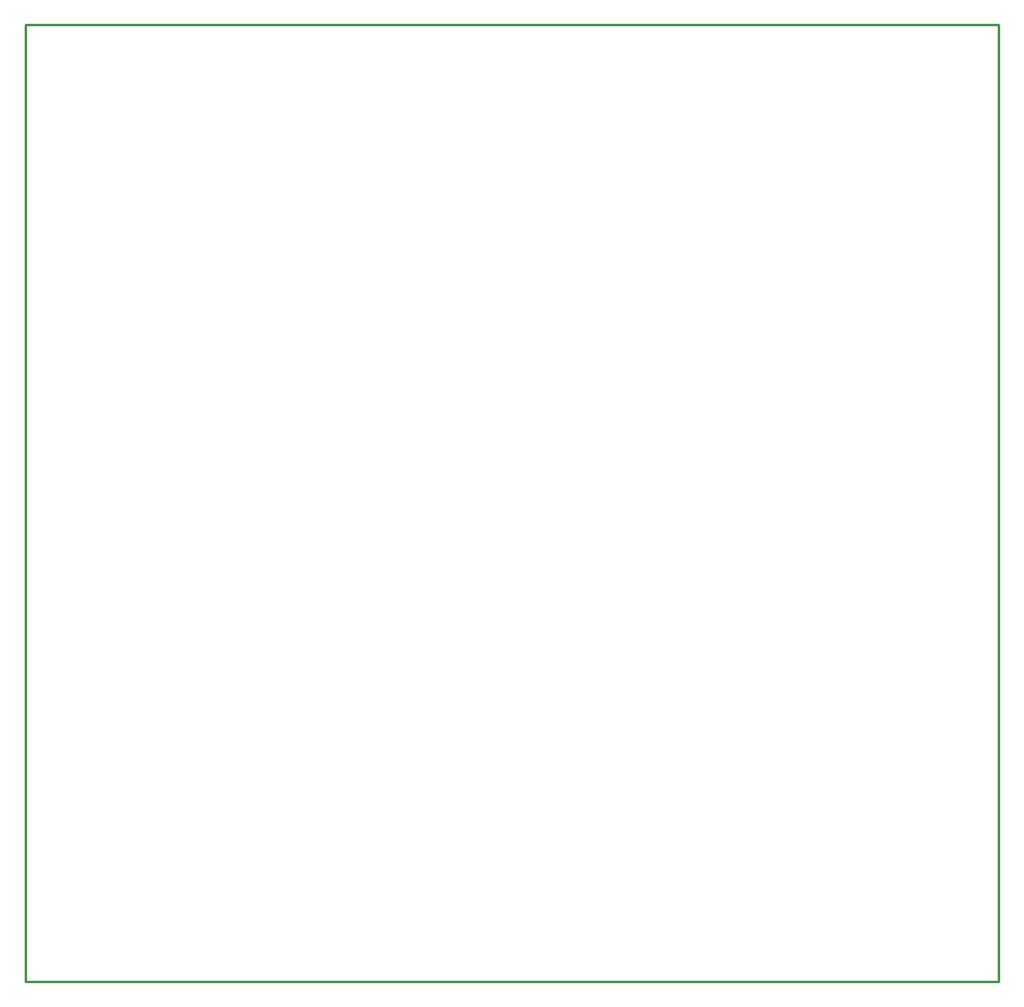
<source format=gko>
G04 EAGLE Gerber RS-274X export*
G75*
%MOMM*%
%FSLAX34Y34*%
%LPD*%
%INBoard Outline*%
%IPPOS*%
%AMOC8*
5,1,8,0,0,1.08239X$1,22.5*%
G01*
%ADD10C,0.000000*%
%ADD11C,0.254000*%


D10*
X0Y0D02*
X1003100Y0D01*
X1003100Y987300D01*
X0Y987300D01*
X0Y0D01*
D11*
X0Y0D02*
X1003100Y0D01*
X1003100Y987300D01*
X0Y987300D01*
X0Y0D01*
M02*

</source>
